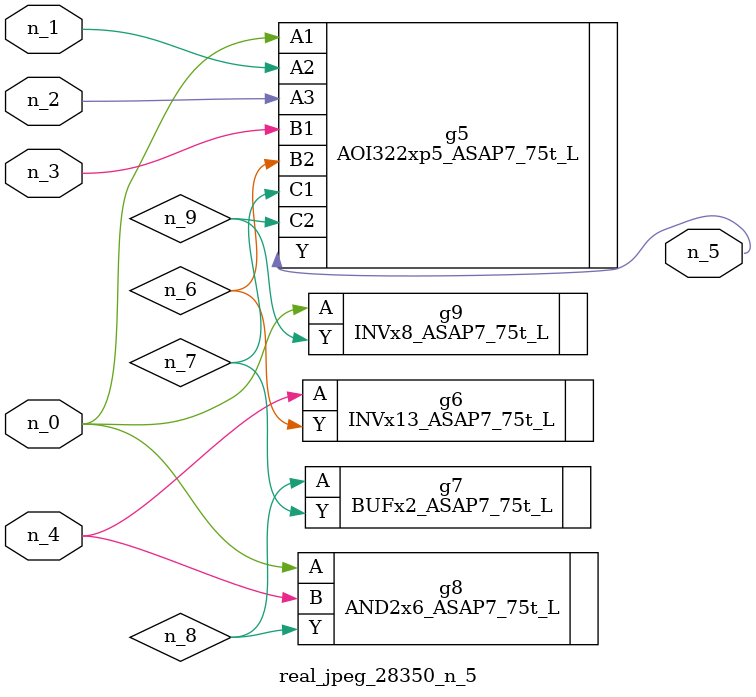
<source format=v>
module real_jpeg_28350_n_5 (n_4, n_0, n_1, n_2, n_3, n_5);

input n_4;
input n_0;
input n_1;
input n_2;
input n_3;

output n_5;

wire n_8;
wire n_6;
wire n_7;
wire n_9;

AOI322xp5_ASAP7_75t_L g5 ( 
.A1(n_0),
.A2(n_1),
.A3(n_2),
.B1(n_3),
.B2(n_6),
.C1(n_7),
.C2(n_9),
.Y(n_5)
);

AND2x6_ASAP7_75t_L g8 ( 
.A(n_0),
.B(n_4),
.Y(n_8)
);

INVx8_ASAP7_75t_L g9 ( 
.A(n_0),
.Y(n_9)
);

INVx13_ASAP7_75t_L g6 ( 
.A(n_4),
.Y(n_6)
);

BUFx2_ASAP7_75t_L g7 ( 
.A(n_8),
.Y(n_7)
);


endmodule
</source>
